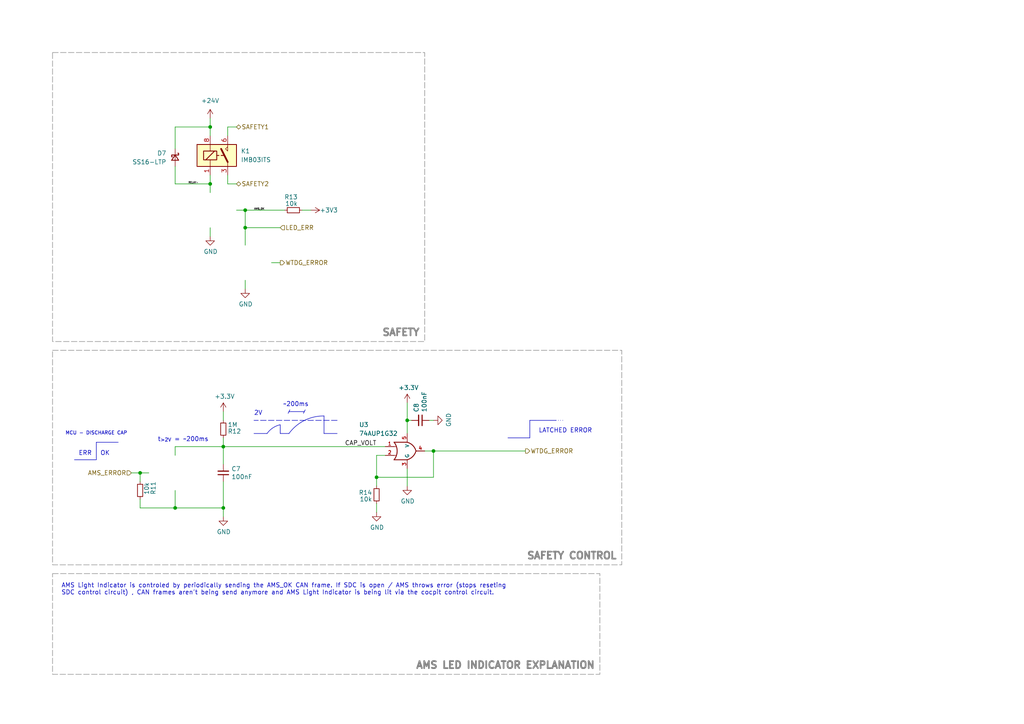
<source format=kicad_sch>
(kicad_sch (version 20231120) (generator "eeschema") (generator_version "8.0")
  (paper "A4")
  (title_block (title "AMS") (date "2024-02-26") (rev "1.1.0"))
  (lib_symbols
    (symbol "+3.3V_1" (power) (pin_names (offset 0))
      (property "Value" "+3.3V" (at 0 3.556 0))
      (symbol "+3.3V_1_0_1"
        (polyline (pts (xy -0.762 1.27) (xy 0 2.54)))
        (polyline (pts (xy 0 0) (xy 0 2.54)))
        (polyline (pts (xy 0 2.54) (xy 0.762 1.27)))
      )
      (symbol "+3.3V_1_1_1"
        (pin power_in line (at 0 0 90) (length 0) hide (name "+3V3") (number "1"))
      )
    )
    (symbol "74xGxx:74AUP1G32"
      (property "Reference" "U14" (at 5.08 8.255 0))
      (property "Value" "74AUP1G32" (at 6.35 5.715 0))
      (symbol "74AUP1G32_0_1"
        (arc (start -3.81 -2.54) (mid -2.919 0) (end -3.81 2.54) (stroke (width 0.254)))
        (arc (start 0 -2.54) (mid 1.601 -1.601) (end 2.54 0) (stroke (width 0.254)))
        (polyline (pts (xy -3.81 -1.27) (xy -3.175 -1.27)))
        (polyline (pts (xy -3.81 1.27) (xy -3.175 1.27)))
        (polyline (pts (xy 0 -2.54) (xy -3.81 -2.54)) (stroke (width 0.254)) (fill (type background)))
        (polyline (pts (xy 0 2.54) (xy -3.81 2.54)) (stroke (width 0.254)) (fill (type background)))
        (arc (start 2.54 0) (mid 1.6136 1.6136) (end 0 2.54) (stroke (width 0.254)))
      )
      (symbol "74AUP1G32_1_1"
        (pin input line (at -6.35 1.27 0) (length 2.54) (name "~") (number "1"))
        (pin input line (at -6.35 -1.27 0) (length 2.54) (name "~") (number "2"))
        (pin power_in line (at 0 -5.08 90) (length 2.54) (name "G") (number "3"))
        (pin output line (at 5.08 0 180) (length 2.54) (name "~") (number "4"))
        (pin power_in line (at 0 5.08 270) (length 2.54) (name "V") (number "5"))
      )
    )
    (symbol "Device:C_Small" (pin_numbers hide) (pin_names (offset 0.254) hide)
      (property "Reference" "C" (at 0.254 1.778 0))
      (property "Value" "C_Small" (at 0.254 -2.032 0))
      (symbol "C_Small_0_1"
        (polyline (pts (xy -1.524 -0.508) (xy 1.524 -0.508)) (stroke (width 0.3302)))
        (polyline (pts (xy -1.524 0.508) (xy 1.524 0.508)) (stroke (width 0.3048)))
      )
      (symbol "C_Small_1_1"
        (pin passive line (at 0 2.54 270) (length 2.032) (name "~") (number "1"))
        (pin passive line (at 0 -2.54 90) (length 2.032) (name "~") (number "2"))
      )
    )
    (symbol "Device:D_Schottky_Small" (pin_numbers hide) (pin_names (offset 0.254) hide)
      (property "Reference" "D" (at -1.27 2.032 0))
      (property "Value" "D_Schottky_Small" (at -7.112 -2.032 0))
      (symbol "D_Schottky_Small_0_1"
        (polyline (pts (xy -0.762 0) (xy 0.762 0)))
        (polyline (pts (xy 0.762 -1.016) (xy -0.762 0) (xy 0.762 1.016) (xy 0.762 -1.016)) (stroke (width 0.254)))
        (polyline (pts (xy -1.27 0.762) (xy -1.27 1.016) (xy -0.762 1.016) (xy -0.762 -1.016) (xy -0.254 -1.016) (xy -0.254 -0.762)) (stroke (width 0.254)))
      )
      (symbol "D_Schottky_Small_1_1"
        (pin passive line (at -2.54 0 0) (length 1.778) (name "K") (number "1"))
        (pin passive line (at 2.54 0 180) (length 1.778) (name "A") (number "2"))
      )
    )
    (symbol "Device:R_Small" (pin_numbers hide) (pin_names (offset 0.254) hide)
      (property "Reference" "R" (at 0.762 0.508 0))
      (property "Value" "R_Small" (at 0.762 -1.016 0))
      (symbol "R_Small_0_1"
        (rectangle (start -0.762 1.778) (end 0.762 -1.778) (stroke (width 0.2032)))
      )
      (symbol "R_Small_1_1"
        (pin passive line (at 0 2.54 270) (length 0.762) (name "~") (number "1"))
        (pin passive line (at 0 -2.54 90) (length 0.762) (name "~") (number "2"))
      )
    )
    (symbol "GND_2" (power) (pin_names (offset 0))
      (property "Value" "GND" (at 0 -3.81 0))
      (symbol "GND_2_0_1"
        (polyline (pts (xy 0 0) (xy 0 -1.27) (xy 1.27 -1.27) (xy 0 -2.54) (xy -1.27 -1.27) (xy 0 -1.27)))
      )
      (symbol "GND_2_1_1"
        (pin power_in line (at 0 0 270) (length 0) hide (name "GND") (number "1"))
      )
    )
    (symbol "GND_4" (power) (pin_names (offset 0))
      (property "Value" "GND" (at 0 -3.81 0))
      (symbol "GND_4_0_1"
        (polyline (pts (xy 0 0) (xy 0 -1.27) (xy 1.27 -1.27) (xy 0 -2.54) (xy -1.27 -1.27) (xy 0 -1.27)))
      )
      (symbol "GND_4_1_1"
        (pin power_in line (at 0 0 270) (length 0) hide (name "GND") (number "1"))
      )
    )
    (symbol "GND_5" (power) (pin_names (offset 0))
      (property "Value" "GND" (at 0 -3.81 0))
      (symbol "GND_5_0_1"
        (polyline (pts (xy 0 0) (xy 0 -1.27) (xy 1.27 -1.27) (xy 0 -2.54) (xy -1.27 -1.27) (xy 0 -1.27)))
      )
      (symbol "GND_5_1_1"
        (pin power_in line (at 0 0 270) (length 0) hide (name "GND") (number "1"))
      )
    )
    (symbol "GND_6" (power) (pin_names (offset 0))
      (property "Value" "GND" (at 0 -3.81 0))
      (symbol "GND_6_0_1"
        (polyline (pts (xy 0 0) (xy 0 -1.27) (xy 1.27 -1.27) (xy 0 -2.54) (xy -1.27 -1.27) (xy 0 -1.27)))
      )
      (symbol "GND_6_1_1"
        (pin power_in line (at 0 0 270) (length 0) hide (name "GND") (number "1"))
      )
    )
    (symbol "GND_8" (power) (pin_names (offset 0))
      (property "Value" "GND" (at 0 -3.81 0))
      (symbol "GND_8_0_1"
        (polyline (pts (xy 0 0) (xy 0 -1.27) (xy 1.27 -1.27) (xy 0 -2.54) (xy -1.27 -1.27) (xy 0 -1.27)))
      )
      (symbol "GND_8_1_1"
        (pin power_in line (at 0 0 270) (length 0) hide (name "GND") (number "1"))
      )
    )
    (symbol "Samacsys_kicad_sym:IMB03ITS" (pin_names hide)
      (property "Reference" "K" (at -1.27 11.43 0))
      (property "Value" "IMB03ITS" (at -1.27 8.89 0))
      (symbol "IMB03ITS_0_0"
        (polyline (pts (xy 2.54 -2.54) (xy 0.635 -2.54) (xy 1.27 -1.905) (xy 1.905 -2.54)))
      )
      (symbol "IMB03ITS_0_1"
        (rectangle (start -3.81 6.35) (end 2.54 -5.08) (stroke (width 0.254)) (fill (type background)))
        (rectangle (start -1.905 4.445) (end 0.635 0.635) (stroke (width 0.254)))
        (polyline (pts (xy -2.54 -2.54) (xy -3.81 -2.54)))
        (polyline (pts (xy -2.54 -2.54) (xy 1.27 -0.635)) (stroke (width 0.508)))
        (polyline (pts (xy -1.905 2.54) (xy -3.81 2.54)))
        (polyline (pts (xy -1.905 3.81) (xy 0.635 1.27)) (stroke (width 0.254)))
        (polyline (pts (xy -0.635 -0.635) (xy -0.635 -1.27)) (stroke (width 0.254)))
        (polyline (pts (xy -0.635 0.635) (xy -0.635 0)) (stroke (width 0.254)))
        (polyline (pts (xy 2.54 2.54) (xy 0.635 2.54)))
      )
      (symbol "IMB03ITS_1_1"
        (pin passive line (at -6.35 2.54 0) (length 2.54) (name "COIL_1") (number "1"))
        (pin passive line (at -6.35 -2.54 0) (length 2.54) (name "COM") (number "3"))
        (pin passive line (at 5.08 -2.54 180) (length 2.54) (name "NO") (number "6"))
        (pin passive line (at 5.08 2.54 180) (length 2.54) (name "COIL_2") (number "8"))
      )
    )
    (symbol "power:+3.3V" (power) (pin_names (offset 0))
      (property "Value" "+3.3V" (at 0 3.556 0))
      (symbol "+3.3V_0_1"
        (polyline (pts (xy -0.762 1.27) (xy 0 2.54)))
        (polyline (pts (xy 0 0) (xy 0 2.54)))
        (polyline (pts (xy 0 2.54) (xy 0.762 1.27)))
      )
      (symbol "+3.3V_1_1"
        (pin power_in line (at 0 0 90) (length 0) hide (name "+3V3") (number "1"))
      )
    )
    (symbol "power:GND" (power) (pin_names (offset 0))
      (property "Value" "GND" (at 0 -3.81 0))
      (symbol "GND_0_1"
        (polyline (pts (xy 0 0) (xy 0 -1.27) (xy 1.27 -1.27) (xy 0 -2.54) (xy -1.27 -1.27) (xy 0 -1.27)))
      )
      (symbol "GND_1_1"
        (pin power_in line (at 0 0 270) (length 0) hide (name "GND") (number "1"))
      )
    )
    (symbol "power:VDD" (power) (pin_names (offset 0))
      (property "Value" "VDD" (at 0 3.81 0))
      (symbol "VDD_0_1"
        (polyline (pts (xy -0.762 1.27) (xy 0 2.54)))
        (polyline (pts (xy 0 0) (xy 0 2.54)))
        (polyline (pts (xy 0 2.54) (xy 0.762 1.27)))
      )
      (symbol "VDD_1_1"
        (pin power_in line (at 0 0 90) (length 0) hide (name "VDD") (number "1"))
      )
    )
  )
  (junction (at 40.64 137.16))
  (junction (at 64.77 129.54))
  (junction (at 125.73 130.81))
  (junction (at 71.12 60.96))
  (junction (at 71.12 66.04))
  (junction (at 60.96 36.83))
  (junction (at 60.96 53.34))
  (junction (at 109.22 138.43))
  (junction (at 64.77 147.32))
  (junction (at 50.8 147.32))
  (junction (at 118.11 121.92))
  (wire (pts (xy 64.77 129.54) (xy 111.76 129.54)))
  (wire (pts (xy 125.73 130.81) (xy 152.4 130.81)))
  (wire (pts (xy 109.22 132.08) (xy 111.76 132.08)))
  (polyline (pts (xy 73.66 125.73) (xy 77.47 125.73)))
  (polyline (pts (xy 161.29 121.92) (xy 153.67 121.92)))
  (wire (pts (xy 64.77 147.32) (xy 50.8 147.32)))
  (wire (pts (xy 64.77 119.38) (xy 64.77 121.92)))
  (wire (pts (xy 118.11 116.84) (xy 118.11 121.92)))
  (wire (pts (xy 118.11 121.92) (xy 118.11 125.73)))
  (wire (pts (xy 64.77 149.86) (xy 64.77 147.32)))
  (wire (pts (xy 118.11 135.89) (xy 118.11 140.97)))
  (wire (pts (xy 38.1 137.16) (xy 40.64 137.16)))
  (wire (pts (xy 87.63 60.96) (xy 90.17 60.96)))
  (wire (pts (xy 64.77 139.7) (xy 64.77 147.32)))
  (polyline (pts (xy 34.29 128.27) (xy 27.94 128.27)))
  (wire (pts (xy 71.12 71.12) (xy 71.12 66.04)))
  (polyline (pts (xy 93.98 125.73) (xy 93.98 120.65)))
  (polyline (pts (xy 21.59 133.35) (xy 27.94 133.35)))
  (polyline (pts (xy 81.28 125.73) (xy 81.28 123.19)))
  (polyline (pts (xy 83.566 119.888) (xy 83.82 119.38)))
  (wire (pts (xy 123.19 130.81) (xy 125.73 130.81)))
  (wire (pts (xy 71.12 66.04) (xy 81.28 66.04)))
  (wire (pts (xy 60.96 66.04) (xy 60.96 68.58)))
  (polyline (pts (xy 81.28 125.73) (xy 83.82 125.73)))
  (wire (pts (xy 60.96 53.34) (xy 60.96 55.88)))
  (wire (pts (xy 40.64 147.32) (xy 50.8 147.32)))
  (wire (pts (xy 64.77 127) (xy 64.77 129.54)))
  (wire (pts (xy 78.74 76.2) (xy 81.28 76.2)))
  (wire (pts (xy 40.64 137.16) (xy 40.64 139.7)))
  (polyline (pts (xy 27.94 128.27) (xy 27.94 133.35)))
  (polyline (pts (xy 161.29 121.92) (xy 163.83 121.92)) (stroke (width 0) (type dot)))
  (wire (pts (xy 71.12 81.28) (xy 71.12 83.82)))
  (wire (pts (xy 68.58 53.34) (xy 66.04 53.34)))
  (wire (pts (xy 71.12 60.96) (xy 82.55 60.96)))
  (wire (pts (xy 109.22 138.43) (xy 109.22 140.97)))
  (wire (pts (xy 71.12 66.04) (xy 71.12 60.96)))
  (wire (pts (xy 125.73 130.81) (xy 125.73 138.43)))
  (wire (pts (xy 60.96 50.8) (xy 60.96 53.34)))
  (wire (pts (xy 50.8 53.34) (xy 50.8 48.26)))
  (wire (pts (xy 125.73 138.43) (xy 109.22 138.43)))
  (polyline (pts (xy 88.011 119.888) (xy 88.265 119.38)))
  (polyline (pts (xy 97.79 121.92) (xy 73.66 121.92)) (stroke (width 0) (type dash)))
  (wire (pts (xy 124.46 121.92) (xy 125.73 121.92)))
  (wire (pts (xy 64.77 129.54) (xy 64.77 134.62)))
  (wire (pts (xy 66.04 50.8) (xy 66.04 53.34)))
  (wire (pts (xy 109.22 138.43) (xy 109.22 132.08)))
  (wire (pts (xy 118.11 121.92) (xy 119.38 121.92)))
  (polyline (pts (xy 147.32 127) (xy 153.67 127)))
  (wire (pts (xy 60.96 36.83) (xy 60.96 39.37)))
  (polyline (pts (xy 83.82 119.38) (xy 84.074 118.872)))
  (polyline (pts (xy 93.98 125.73) (xy 97.79 125.73)))
  (wire (pts (xy 109.22 146.05) (xy 109.22 148.59)))
  (wire (pts (xy 50.8 43.18) (xy 50.8 36.83)))
  (wire (pts (xy 50.8 129.54) (xy 64.77 129.54)))
  (wire (pts (xy 60.96 34.29) (xy 60.96 36.83)))
  (polyline (pts (xy 153.67 121.92) (xy 153.67 127)))
  (wire (pts (xy 68.58 36.83) (xy 66.04 36.83)))
  (wire (pts (xy 50.8 132.08) (xy 50.8 129.54)))
  (wire (pts (xy 50.8 142.24) (xy 50.8 147.32)))
  (polyline (pts (xy 88.265 119.38) (xy 88.519 118.872)))
  (wire (pts (xy 60.96 53.34) (xy 50.8 53.34)))
  (wire (pts (xy 50.8 36.83) (xy 60.96 36.83)))
  (polyline (pts (xy 88.265 119.38) (xy 83.82 119.38)))
  (wire (pts (xy 66.04 36.83) (xy 66.04 39.37)))
  (wire (pts (xy 40.64 144.78) (xy 40.64 147.32)))
  (wire (pts (xy 71.12 60.96) (xy 68.58 60.96)))
  (wire (pts (xy 40.64 137.16) (xy 43.18 137.16)))
  (arc (start 83.82 125.73) (mid 88.2819 121.9538) (end 93.98 120.65))
  (rectangle (start 15.24 15.24) (end 123.19 99.06) (stroke (width 0) (type dash) (color 132 132 132 1)))
  (arc (start 77.47 125.73) (mid 79.1383 124.1052) (end 81.28 123.19))
  (rectangle (start 15.24 166.37) (end 173.99 195.58) (stroke (width 0) (type dash) (color 132 132 132 1)))
  (rectangle (start 15.24 101.6) (end 180.34 163.83) (stroke (width 0) (type dash) (color 132 132 132 1)))
  (text "MCU - DISCHARGE CAP" (at 27.94 125.73 0) (effects (font (size 1 1))))
  (text "OK" (at 30.48 130.81 0) (effects (font (size 1.27 1.27)) (justify top)))
  (text "AMS Light Indicator is controled by periodically sending the AMS_OK CAN frame. If SDC is open / AMS throws error (stops reseting\nSDC control circuit) , CAN frames aren't being send anymore and AMS Light Indicator is being lit via the cocpit control circuit." (at 17.78 172.72 0) (effects (font (size 1.27 1.27)) (justify left bottom)))
  (text "SAFETY CONTROL" (at 179.07 162.56 0) (effects (font (size 2.032 2.032) (thickness 1) (bold yes)) (justify right bottom)))
  (text "~200ms" (at 89.535 118.11 0) (effects (font (size 1.27 1.27)) (justify right bottom)))
  (text "SAFETY" (at 121.92 97.79 0) (effects (font (size 2.032 2.032) (thickness 1) (bold yes)) (justify right bottom)))
  (text "AMS LED INDICATOR EXPLANATION" (at 172.72 194.31 0) (effects (font (size 2.032 2.032) (thickness 1) (bold yes)) (justify right bottom)))
  (text "ERR" (at 26.67 130.81 0) (effects (font (size 1.27 1.27)) (justify right top)))
  (text "LATCHED ERROR" (at 156.21 125.73 0) (effects (font (size 1.27 1.27)) (justify left bottom)))
  (text "2V" (at 73.66 120.65 0) (effects (font (size 1.27 1.27)) (justify left bottom)))
  (text "t_{>2V} = ~200ms" (at 45.72 128.27 0) (effects (font (size 1.27 1.27)) (justify left bottom)))
  (label "RELAY-" (at 54.61 53.34 0) (effects (font (size 0.5 0.5))))
  (label "AMS_OK" (at 73.66 60.96 0) (effects (font (size 0.508 0.508))))
  (label "CAP_VOLT" (at 109.22 129.54 180))
  (hierarchical_label "WTDG_ERROR" (shape output) (at 152.4 130.81 0))
  (hierarchical_label "LED_ERR" (shape input) (at 81.28 66.04 0))
  (hierarchical_label "SAFETY1" (shape bidirectional) (at 68.58 36.83 0))
  (hierarchical_label "AMS_ERROR" (shape input) (at 38.1 137.16 180))
  (hierarchical_label "SAFETY2" (shape bidirectional) (at 68.58 53.34 0))
  (hierarchical_label "WTDG_ERROR" (shape output) (at 81.28 76.2 0))
  (symbol (lib_name "GND_8") (lib_id "power:GND") (at 118.11 140.97 0) (unit 1)
    (property "Reference" "#PWR050" (effects (hide yes)))
    (property "Value" "GND" (at 118.237 145.3642 0))
  )
  (symbol (lib_id "Device:C_Small") (at 121.92 121.92 270) (unit 1)
    (property "Reference" "C8" (at 120.7516 119.5832 0) (effects (justify right)))
    (property "Value" "100nF" (at 123.063 119.5832 0) (effects (justify right)))
    (property "Footprint" "Capacitor_SMD:C_0603_1608Metric" (effects (hide yes)))
    (property "Manufacturer_Name" "--" (effects (hide yes)))
    (property "Manufacturer_Part_Number" "--" (effects (hide yes)))
  )
  (symbol (lib_name "GND_6") (lib_id "power:GND") (at 125.73 121.92 90) (unit 1)
    (property "Reference" "#PWR051" (effects (hide yes)))
    (property "Value" "GND" (at 130.1242 121.793 0))
  )
  (symbol (lib_id "power:GND") (at 60.96 68.58 0) (unit 1)
    (property "Reference" "#PWR043" (effects (hide yes)))
    (property "Value" "GND" (at 61.087 72.9742 0))
  )
  (symbol (lib_id "Device:D_Schottky_Small") (at 50.8 45.72 270) (unit 1)
    (property "Reference" "D7" (at 48.26 44.45 90) (effects (justify right)))
    (property "Value" "SS16-LTP" (at 48.26 46.99 90) (effects (justify right)))
    (property "Footprint" "Diode_SMD:D_SOD-123" (effects (hide yes)))
    (property "Manufacturer_Part_Number" "SS16-LTP" (effects (hide yes)))
    (property "Mouser Part Number" "833-SS16-LTP" (effects (hide yes)))
    (property "Mouser Price/Stock" "https://www.mouser.pl/ProductDetail/Micro-Commercial-Components-MCC/SS16-LTP?qs=cLwp4wpikzDsiZm8qAd%2Fng%3D%3D" (effects (hide yes)))
  )
  (symbol (lib_name "GND_5") (lib_id "power:GND") (at 71.12 83.82 0) (unit 1)
    (property "Reference" "#PWR046" (effects (hide yes)))
    (property "Value" "GND" (at 71.247 88.2142 0))
  )
  (symbol (lib_id "Device:R_Small") (at 40.64 142.24 0) (unit 1)
    (property "Reference" "R11" (at 44.45 143.51 90) (effects (justify left)))
    (property "Value" "10k" (at 42.545 143.51 90) (effects (justify left)))
    (property "Footprint" "Resistor_SMD:R_0603_1608Metric" (effects (hide yes)))
    (property "Manufacturer_Name" "--" (effects (hide yes)))
    (property "Manufacturer_Part_Number" "--" (effects (hide yes)))
  )
  (symbol (lib_id "power:+3.3V") (at 118.11 116.84 0) (unit 1)
    (property "Reference" "#PWR039" (effects (hide yes)))
    (property "Value" "+3.3V" (at 118.491 112.4458 0))
  )
  (symbol (lib_id "Device:R_Small") (at 109.22 143.51 180) (unit 1)
    (property "Reference" "R14" (at 107.95 142.875 0) (effects (justify left)))
    (property "Value" "10k" (at 107.95 144.78 0) (effects (justify left)))
    (property "Footprint" "Resistor_SMD:R_0603_1608Metric" (effects (hide yes)))
    (property "Manufacturer_Name" "--" (effects (hide yes)))
    (property "Manufacturer_Part_Number" "--" (effects (hide yes)))
  )
  (symbol (lib_name "+3.3V_1") (lib_id "power:+3.3V") (at 90.17 60.96 270) (unit 1)
    (property "Reference" "#PWR047" (effects (hide yes)))
    (property "Value" "+3V3" (at 92.71 60.96 90) (effects (justify left)))
  )
  (symbol (lib_name "GND_4") (lib_id "power:GND") (at 109.22 148.59 0) (unit 1)
    (property "Reference" "#PWR048" (effects (hide yes)))
    (property "Value" "GND" (at 109.347 152.9842 0))
  )
  (symbol (lib_id "power:+3.3V") (at 64.77 119.38 0) (unit 1)
    (property "Reference" "#PWR044" (effects (hide yes)))
    (property "Value" "+3.3V" (at 65.151 114.9858 0))
  )
  (symbol (lib_id "74xGxx:74AUP1G32") (at 118.11 130.81 0) (unit 1)
    (property "Reference" "U3" (at 104.14 123.19 0) (effects (justify left)))
    (property "Value" "74AUP1G32" (at 104.14 125.73 0) (effects (justify left)))
    (property "Footprint" "Package_TO_SOT_SMD:SOT-23-5" (effects (hide yes)))
    (property "Datasheet" "http://www.ti.com/lit/sg/scyt129e/scyt129e.pdf" (effects (hide yes)))
    (property "Manufacturer_Part_Number" "SN74AUP1G32DBVR" (effects (hide yes)))
    (property "Mouser Part Number" "595-SN74AUP1G32DBVR" (effects (hide yes)))
    (property "Mouser Price/Stock" "https://www.mouser.pl/ProductDetail/Texas-Instruments/SN74AUP1G32DBVR?qs=iO7mgM19OaZv5mY3EPipeg%3D%3D" (effects (hide yes)))
  )
  (symbol (lib_name "GND_2") (lib_id "power:GND") (at 64.77 149.86 0) (unit 1)
    (property "Reference" "#PWR045" (effects (hide yes)))
    (property "Value" "GND" (at 64.897 154.2542 0))
  )
  (symbol (lib_id "Samacsys_kicad_sym:IMB03ITS") (at 63.5 44.45 90) (unit 1)
    (property "Reference" "K1" (at 69.85 43.8149 90) (effects (justify right)))
    (property "Value" "IMB03ITS" (at 69.85 46.3549 90) (effects (justify right)))
    (property "Footprint" "Samacsys:IMB03ITS" (effects (hide yes)))
    (property "Datasheet" "https://www.te.com/commerce/DocumentDelivery/DDEController?Action=srchrtrv&DocNm=108-98024&DocType=Data%20Sheet&DocLang=English&PartCntxt=2-1462041-5&DocFormat=pdf" (effects (hide yes)))
    (property "Description" "Body Features: Product Weight .75 G | Product Weight .026 OZ | Insulation Special Features 2500V Initial Surge Withstand Voltage between Contacts & Coil | Contact Features: Contact Base Material AgNi | Contact Number of Poles 1 | Contact Current Rating (Max) 2 AMP | Contact Special Features Single Contact | Contact Arrangement 1 Form A (NO) | Contact Plating Material Gold | Contact Current Class 0  2 AMP | Dimensions: Product Length 10 MM | Height Class (Mechanical) 0  6 MM | Width Class (Mechanical)" (effects (hide yes)))
    (property "Height" "5.4" (effects (hide yes)))
    (property "Mouser Part Number" "655-IMB03ITS" (effects (hide yes)))
    (property "Mouser Price/Stock" "https://www.mouser.co.uk/ProductDetail/TE-Connectivity-Axicom/IMB03ITS?qs=3Rah4i%252BhyCFsQhVklEYOng%3D%3D" (effects (hide yes)))
    (property "Manufacturer_Name" "TE Connectivity" (effects (hide yes)))
    (property "Manufacturer_Part_Number" "IMB03ITS" (effects (hide yes)))
  )
  (symbol (lib_id "Device:C_Small") (at 64.77 137.16 180) (unit 1)
    (property "Reference" "C7" (at 67.1068 135.9916 0) (effects (justify right)))
    (property "Value" "100nF" (at 67.1068 138.303 0) (effects (justify right)))
    (property "Footprint" "Capacitor_SMD:C_0603_1608Metric" (effects (hide yes)))
    (property "Manufacturer_Name" "--" (effects (hide yes)))
    (property "Manufacturer_Part_Number" "--" (effects (hide yes)))
  )
  (symbol (lib_id "power:VDD") (at 60.96 34.29 0) (unit 1)
    (property "Reference" "#PWR042" (effects (hide yes)))
    (property "Value" "+24V" (at 60.96 29.21 0))
  )
  (symbol (lib_id "Device:R_Small") (at 85.09 60.96 90) (unit 1)
    (property "Reference" "R13" (at 86.36 57.15 90) (effects (justify left)))
    (property "Value" "10k" (at 86.36 59.055 90) (effects (justify left)))
    (property "Footprint" "Resistor_SMD:R_0603_1608Metric" (effects (hide yes)))
    (property "Manufacturer_Name" "--" (effects (hide yes)))
    (property "Manufacturer_Part_Number" "--" (effects (hide yes)))
  )
  (symbol (lib_id "Device:R_Small") (at 64.77 124.46 0) (unit 1)
    (property "Reference" "R12" (at 66.04 125.095 0) (effects (justify left)))
    (property "Value" "1M" (at 66.04 123.19 0) (effects (justify left)))
    (property "Footprint" "Resistor_SMD:R_0603_1608Metric" (effects (hide yes)))
    (property "Manufacturer_Name" "--" (effects (hide yes)))
    (property "Manufacturer_Part_Number" "--" (effects (hide yes)))
  )
)
</source>
